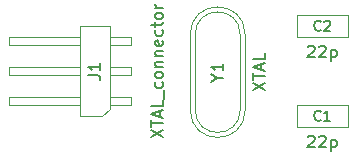
<source format=gbr>
%TF.GenerationSoftware,KiCad,Pcbnew,5.1.6-c6e7f7d~86~ubuntu18.04.1*%
%TF.CreationDate,2020-05-25T18:44:43+02:00*%
%TF.ProjectId,crystal_connector,63727973-7461-46c5-9f63-6f6e6e656374,1.0*%
%TF.SameCoordinates,PX7df6180PY5734380*%
%TF.FileFunction,Other,Fab,Top*%
%FSLAX46Y46*%
G04 Gerber Fmt 4.6, Leading zero omitted, Abs format (unit mm)*
G04 Created by KiCad (PCBNEW 5.1.6-c6e7f7d~86~ubuntu18.04.1) date 2020-05-25 18:44:43*
%MOMM*%
%LPD*%
G01*
G04 APERTURE LIST*
%ADD10C,0.100000*%
%ADD11C,0.150000*%
%ADD12C,0.129000*%
G04 APERTURE END LIST*
D10*
%TO.C,C1*%
X21160000Y4760000D02*
X16860000Y4760000D01*
X21160000Y2860000D02*
X21160000Y4760000D01*
X16860000Y2860000D02*
X21160000Y2860000D01*
X16860000Y4760000D02*
X16860000Y2860000D01*
%TO.C,C2*%
X16860000Y12380000D02*
X16860000Y10480000D01*
X16860000Y10480000D02*
X21160000Y10480000D01*
X21160000Y10480000D02*
X21160000Y12380000D01*
X21160000Y12380000D02*
X16860000Y12380000D01*
%TO.C,J1*%
X-1500000Y10480000D02*
X-7500000Y10480000D01*
X-7500000Y9840000D02*
X-7500000Y10480000D01*
X-1500000Y9840000D02*
X-7500000Y9840000D01*
X2860000Y10480000D02*
X1040000Y10480000D01*
X2860000Y9840000D02*
X2860000Y10480000D01*
X2860000Y9840000D02*
X1040000Y9840000D01*
X-1500000Y7940000D02*
X-7500000Y7940000D01*
X-7500000Y7300000D02*
X-7500000Y7940000D01*
X-1500000Y7300000D02*
X-7500000Y7300000D01*
X2860000Y7940000D02*
X1040000Y7940000D01*
X2860000Y7300000D02*
X2860000Y7940000D01*
X2860000Y7300000D02*
X1040000Y7300000D01*
X-1500000Y5400000D02*
X-7500000Y5400000D01*
X-7500000Y4760000D02*
X-7500000Y5400000D01*
X-1500000Y4760000D02*
X-7500000Y4760000D01*
X2860000Y5400000D02*
X1040000Y5400000D01*
X2860000Y4760000D02*
X2860000Y5400000D01*
X2860000Y4760000D02*
X1040000Y4760000D01*
X1040000Y4445000D02*
X405000Y3810000D01*
X1040000Y11430000D02*
X1040000Y4445000D01*
X-1500000Y11430000D02*
X1040000Y11430000D01*
X-1500000Y3810000D02*
X-1500000Y11430000D01*
X405000Y3810000D02*
X-1500000Y3810000D01*
%TO.C,Y1*%
X12060000Y4330000D02*
X12060000Y10730000D01*
X8260000Y4330000D02*
X8260000Y10730000D01*
X12485000Y4330000D02*
X12485000Y10730000D01*
X7835000Y4330000D02*
X7835000Y10730000D01*
X12485000Y4330000D02*
G75*
G02*
X7835000Y4330000I-2325000J0D01*
G01*
X12485000Y10730000D02*
G75*
G03*
X7835000Y10730000I-2325000J0D01*
G01*
X12060000Y4330000D02*
G75*
G02*
X8260000Y4330000I-1900000J0D01*
G01*
X12060000Y10730000D02*
G75*
G03*
X8260000Y10730000I-1900000J0D01*
G01*
%TD*%
%TO.C,C1*%
D11*
X17795714Y2062381D02*
X17843333Y2110000D01*
X17938571Y2157620D01*
X18176666Y2157620D01*
X18271904Y2110000D01*
X18319523Y2062381D01*
X18367142Y1967143D01*
X18367142Y1871905D01*
X18319523Y1729048D01*
X17748095Y1157620D01*
X18367142Y1157620D01*
X18748095Y2062381D02*
X18795714Y2110000D01*
X18890952Y2157620D01*
X19129047Y2157620D01*
X19224285Y2110000D01*
X19271904Y2062381D01*
X19319523Y1967143D01*
X19319523Y1871905D01*
X19271904Y1729048D01*
X18700476Y1157620D01*
X19319523Y1157620D01*
X19748095Y1824286D02*
X19748095Y824286D01*
X19748095Y1776667D02*
X19843333Y1824286D01*
X20033809Y1824286D01*
X20129047Y1776667D01*
X20176666Y1729048D01*
X20224285Y1633810D01*
X20224285Y1348096D01*
X20176666Y1252858D01*
X20129047Y1205239D01*
X20033809Y1157620D01*
X19843333Y1157620D01*
X19748095Y1205239D01*
D12*
X18866666Y3502858D02*
X18825714Y3461905D01*
X18702857Y3420953D01*
X18620952Y3420953D01*
X18498095Y3461905D01*
X18416190Y3543810D01*
X18375238Y3625715D01*
X18334285Y3789524D01*
X18334285Y3912381D01*
X18375238Y4076191D01*
X18416190Y4158096D01*
X18498095Y4240000D01*
X18620952Y4280953D01*
X18702857Y4280953D01*
X18825714Y4240000D01*
X18866666Y4199048D01*
X19685714Y3420953D02*
X19194285Y3420953D01*
X19440000Y3420953D02*
X19440000Y4280953D01*
X19358095Y4158096D01*
X19276190Y4076191D01*
X19194285Y4035239D01*
%TO.C,C2*%
D11*
X17795714Y9682381D02*
X17843333Y9730000D01*
X17938571Y9777620D01*
X18176666Y9777620D01*
X18271904Y9730000D01*
X18319523Y9682381D01*
X18367142Y9587143D01*
X18367142Y9491905D01*
X18319523Y9349048D01*
X17748095Y8777620D01*
X18367142Y8777620D01*
X18748095Y9682381D02*
X18795714Y9730000D01*
X18890952Y9777620D01*
X19129047Y9777620D01*
X19224285Y9730000D01*
X19271904Y9682381D01*
X19319523Y9587143D01*
X19319523Y9491905D01*
X19271904Y9349048D01*
X18700476Y8777620D01*
X19319523Y8777620D01*
X19748095Y9444286D02*
X19748095Y8444286D01*
X19748095Y9396667D02*
X19843333Y9444286D01*
X20033809Y9444286D01*
X20129047Y9396667D01*
X20176666Y9349048D01*
X20224285Y9253810D01*
X20224285Y8968096D01*
X20176666Y8872858D01*
X20129047Y8825239D01*
X20033809Y8777620D01*
X19843333Y8777620D01*
X19748095Y8825239D01*
D12*
X18866666Y11122858D02*
X18825714Y11081905D01*
X18702857Y11040953D01*
X18620952Y11040953D01*
X18498095Y11081905D01*
X18416190Y11163810D01*
X18375238Y11245715D01*
X18334285Y11409524D01*
X18334285Y11532381D01*
X18375238Y11696191D01*
X18416190Y11778096D01*
X18498095Y11860000D01*
X18620952Y11900953D01*
X18702857Y11900953D01*
X18825714Y11860000D01*
X18866666Y11819048D01*
X19194285Y11819048D02*
X19235238Y11860000D01*
X19317142Y11900953D01*
X19521904Y11900953D01*
X19603809Y11860000D01*
X19644761Y11819048D01*
X19685714Y11737143D01*
X19685714Y11655239D01*
X19644761Y11532381D01*
X19153333Y11040953D01*
X19685714Y11040953D01*
%TO.C,J1*%
D11*
X4532380Y2000953D02*
X5532380Y2667620D01*
X4532380Y2667620D02*
X5532380Y2000953D01*
X4532380Y2905715D02*
X4532380Y3477143D01*
X5532380Y3191429D02*
X4532380Y3191429D01*
X5246666Y3762858D02*
X5246666Y4239048D01*
X5532380Y3667620D02*
X4532380Y4000953D01*
X5532380Y4334286D01*
X5532380Y5143810D02*
X5532380Y4667620D01*
X4532380Y4667620D01*
X5627619Y5239048D02*
X5627619Y6000953D01*
X5484761Y6667620D02*
X5532380Y6572381D01*
X5532380Y6381905D01*
X5484761Y6286667D01*
X5437142Y6239048D01*
X5341904Y6191429D01*
X5056190Y6191429D01*
X4960952Y6239048D01*
X4913333Y6286667D01*
X4865714Y6381905D01*
X4865714Y6572381D01*
X4913333Y6667620D01*
X5532380Y7239048D02*
X5484761Y7143810D01*
X5437142Y7096191D01*
X5341904Y7048572D01*
X5056190Y7048572D01*
X4960952Y7096191D01*
X4913333Y7143810D01*
X4865714Y7239048D01*
X4865714Y7381905D01*
X4913333Y7477143D01*
X4960952Y7524762D01*
X5056190Y7572381D01*
X5341904Y7572381D01*
X5437142Y7524762D01*
X5484761Y7477143D01*
X5532380Y7381905D01*
X5532380Y7239048D01*
X4865714Y8000953D02*
X5532380Y8000953D01*
X4960952Y8000953D02*
X4913333Y8048572D01*
X4865714Y8143810D01*
X4865714Y8286667D01*
X4913333Y8381905D01*
X5008571Y8429524D01*
X5532380Y8429524D01*
X4865714Y8905715D02*
X5532380Y8905715D01*
X4960952Y8905715D02*
X4913333Y8953334D01*
X4865714Y9048572D01*
X4865714Y9191429D01*
X4913333Y9286667D01*
X5008571Y9334286D01*
X5532380Y9334286D01*
X5484761Y10191429D02*
X5532380Y10096191D01*
X5532380Y9905715D01*
X5484761Y9810477D01*
X5389523Y9762858D01*
X5008571Y9762858D01*
X4913333Y9810477D01*
X4865714Y9905715D01*
X4865714Y10096191D01*
X4913333Y10191429D01*
X5008571Y10239048D01*
X5103809Y10239048D01*
X5199047Y9762858D01*
X5484761Y11096191D02*
X5532380Y11000953D01*
X5532380Y10810477D01*
X5484761Y10715239D01*
X5437142Y10667620D01*
X5341904Y10620000D01*
X5056190Y10620000D01*
X4960952Y10667620D01*
X4913333Y10715239D01*
X4865714Y10810477D01*
X4865714Y11000953D01*
X4913333Y11096191D01*
X4865714Y11381905D02*
X4865714Y11762858D01*
X4532380Y11524762D02*
X5389523Y11524762D01*
X5484761Y11572381D01*
X5532380Y11667620D01*
X5532380Y11762858D01*
X5532380Y12239048D02*
X5484761Y12143810D01*
X5437142Y12096191D01*
X5341904Y12048572D01*
X5056190Y12048572D01*
X4960952Y12096191D01*
X4913333Y12143810D01*
X4865714Y12239048D01*
X4865714Y12381905D01*
X4913333Y12477143D01*
X4960952Y12524762D01*
X5056190Y12572381D01*
X5341904Y12572381D01*
X5437142Y12524762D01*
X5484761Y12477143D01*
X5532380Y12381905D01*
X5532380Y12239048D01*
X5532380Y13000953D02*
X4865714Y13000953D01*
X5056190Y13000953D02*
X4960952Y13048572D01*
X4913333Y13096191D01*
X4865714Y13191429D01*
X4865714Y13286667D01*
X-777620Y7286667D02*
X-63334Y7286667D01*
X79523Y7239048D01*
X174761Y7143810D01*
X222380Y7000953D01*
X222380Y6905715D01*
X222380Y8286667D02*
X222380Y7715239D01*
X222380Y8000953D02*
X-777620Y8000953D01*
X-634762Y7905715D01*
X-539524Y7810477D01*
X-491905Y7715239D01*
%TO.C,Y1*%
X13137380Y5982381D02*
X14137380Y6649048D01*
X13137380Y6649048D02*
X14137380Y5982381D01*
X13137380Y6887143D02*
X13137380Y7458572D01*
X14137380Y7172858D02*
X13137380Y7172858D01*
X13851666Y7744286D02*
X13851666Y8220477D01*
X14137380Y7649048D02*
X13137380Y7982381D01*
X14137380Y8315715D01*
X14137380Y9125239D02*
X14137380Y8649048D01*
X13137380Y8649048D01*
X10136190Y7053810D02*
X10612380Y7053810D01*
X9612380Y6720477D02*
X10136190Y7053810D01*
X9612380Y7387143D01*
X10612380Y8244286D02*
X10612380Y7672858D01*
X10612380Y7958572D02*
X9612380Y7958572D01*
X9755238Y7863334D01*
X9850476Y7768096D01*
X9898095Y7672858D01*
%TD*%
M02*

</source>
